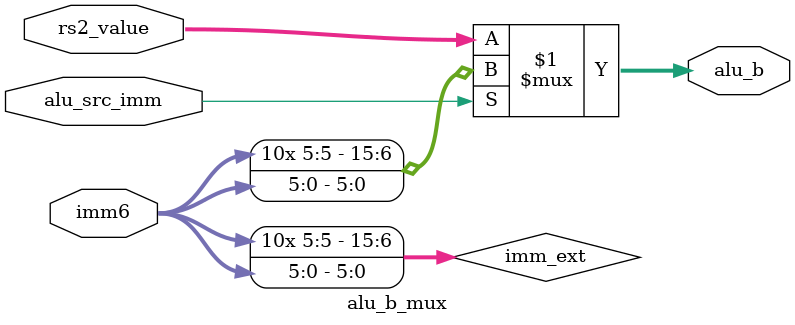
<source format=v>
`timescale 1ns / 1ps

module alu_b_mux (
    input  wire [15:0] rs2_value,
    input  wire [5:0]  imm6,
    input  wire        alu_src_imm,

    output wire [15:0] alu_b
);

    // sign-extend imm6 to 16 bits
    wire [15:0] imm_ext = {{10{imm6[5]}}, imm6};

    assign alu_b = alu_src_imm ? imm_ext : rs2_value;

endmodule

</source>
